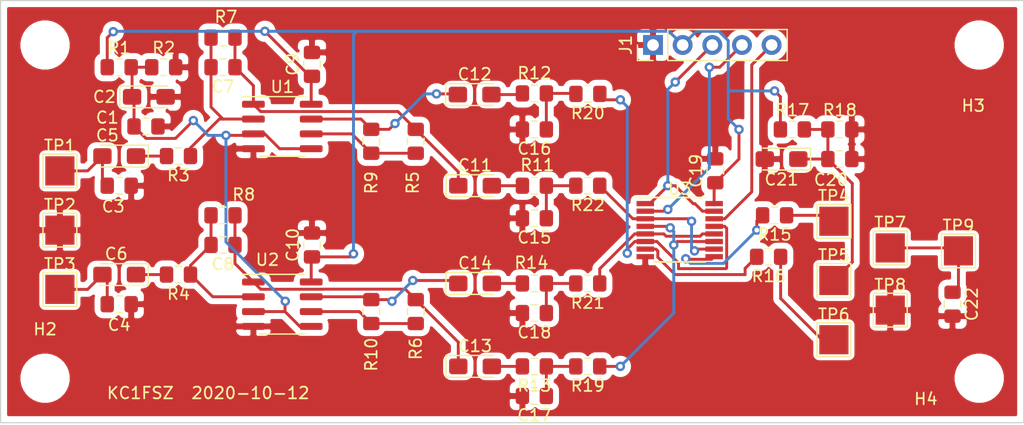
<source format=kicad_pcb>
(kicad_pcb (version 20171130) (host pcbnew "(5.1.7-0-10_14)")
  (layers (0 F.Cu signal) (31 B.Cu signal) (34 B.Paste user) (35 F.Paste user) (36 B.SilkS user) (37 F.SilkS user) (38 B.Mask user) (39 F.Mask user) (44 Edge.Cuts user))
  (net 0 "")
  (net 1 GND)
  (net 2 VMID)
  (net 3 "Net-(C3-Pad1)")
  (net 4 "Net-(C4-Pad1)")
  (net 5 "Net-(C5-Pad1)")
  (net 6 "Net-(C6-Pad1)")
  (net 7 "Net-(C11-Pad1)")
  (net 8 "Net-(C7-Pad2)")
  (net 9 "Net-(C8-Pad2)")
  (net 10 "Net-(C13-Pad1)")
  (net 11 +5V)
  (net 12 "Net-(C11-Pad2)")
  (net 13 "Net-(C12-Pad2)")
  (net 14 "Net-(C12-Pad1)")
  (net 15 "Net-(C13-Pad2)")
  (net 16 "Net-(C14-Pad1)")
  (net 17 "Net-(C14-Pad2)")
  (net 18 "Net-(C15-Pad1)")
  (net 19 "Net-(C16-Pad1)")
  (net 20 "Net-(C17-Pad1)")
  (net 21 "Net-(C18-Pad1)")
  (net 22 "Net-(C20-Pad1)")
  (net 23 "Net-(C22-Pad1)")
  (net 24 ~EN)
  (net 25 CLK0)
  (net 26 CLK1)
  (net 27 "Net-(R5-Pad1)")
  (net 28 "Net-(R10-Pad2)")
  (net 29 "Net-(R15-Pad2)")
  (net 30 "Net-(R15-Pad1)")
  (net 31 "Net-(R16-Pad1)")
  (net 32 "Net-(R16-Pad2)")
  (net 33 "Net-(R19-Pad1)")
  (net 34 "Net-(R20-Pad1)")
  (net 35 "Net-(R21-Pad1)")
  (net 36 "Net-(R22-Pad1)")
  (module Capacitor_SMD:C_0805_2012Metric_Pad1.15x1.40mm_HandSolder (layer F.Cu) (at 121.675 82.55)
    (fp_text reference C1 (at -3.311 -0.762) (layer F.SilkS))
    (fp_text value C)
    (pad 2 smd roundrect (at 1.025 0) (size 1.15 1.4) (layers F.Cu F.Paste F.Mask) (roundrect_rratio 0.217391) (net 1 GND))
    (pad 1 smd roundrect (at -1.025 0) (size 1.15 1.4) (layers F.Cu F.Paste F.Mask) (roundrect_rratio 0.217391) (net 2 VMID))
  )
  (module Capacitor_Tantalum_SMD:CP_EIA-3216-18_Kemet-A_Pad1.58x1.35mm_HandSolder (layer F.Cu) (at 121.92 80.01)
    (fp_text reference C2 (at -3.81 0) (layer F.SilkS))
    (fp_text value CP hide)
    (pad 1 smd roundrect (at -1.4375 0) (size 1.575 1.35) (layers F.Cu F.Paste F.Mask) (roundrect_rratio 0.185185) (net 2 VMID))
    (pad 2 smd roundrect (at 1.4375 0) (size 1.575 1.35) (layers F.Cu F.Paste F.Mask) (roundrect_rratio 0.185185) (net 1 GND))
  )
  (module Capacitor_SMD:C_0805_2012Metric_Pad1.15x1.40mm_HandSolder (layer F.Cu) (at 119.38 87.63)
    (fp_text reference C3 (at -0.508 1.778) (layer F.SilkS))
    (fp_text value C hide)
    (pad 2 smd roundrect (at 1.025 0) (size 1.15 1.4) (layers F.Cu F.Paste F.Mask) (roundrect_rratio 0.217391) (net 1 GND))
    (pad 1 smd roundrect (at -1.025 0) (size 1.15 1.4) (layers F.Cu F.Paste F.Mask) (roundrect_rratio 0.217391) (net 3 "Net-(C3-Pad1)"))
  )
  (module Capacitor_SMD:C_0805_2012Metric_Pad1.15x1.40mm_HandSolder (layer F.Cu) (at 119.38 97.79)
    (fp_text reference C4 (at 0 1.778) (layer F.SilkS))
    (fp_text value C)
    (pad 1 smd roundrect (at -1.025 0) (size 1.15 1.4) (layers F.Cu F.Paste F.Mask) (roundrect_rratio 0.217391) (net 4 "Net-(C4-Pad1)"))
    (pad 2 smd roundrect (at 1.025 0) (size 1.15 1.4) (layers F.Cu F.Paste F.Mask) (roundrect_rratio 0.217391) (net 1 GND))
  )
  (module Capacitor_Tantalum_SMD:CP_EIA-3216-10_Kemet-I_Pad1.58x1.35mm_HandSolder (layer F.Cu) (at 119.38 85.09 180)
    (fp_text reference C5 (at 1.016 1.778) (layer F.SilkS))
    (fp_text value CP hide)
    (pad 1 smd roundrect (at -1.4375 0 180) (size 1.575 1.35) (layers F.Cu F.Paste F.Mask) (roundrect_rratio 0.185185) (net 5 "Net-(C5-Pad1)"))
    (pad 2 smd roundrect (at 1.4375 0 180) (size 1.575 1.35) (layers F.Cu F.Paste F.Mask) (roundrect_rratio 0.185185) (net 3 "Net-(C3-Pad1)"))
  )
  (module Capacitor_Tantalum_SMD:CP_EIA-3216-10_Kemet-I_Pad1.58x1.35mm_HandSolder (layer F.Cu) (at 119.38 95.25 180)
    (fp_text reference C6 (at 0.254 1.778) (layer F.SilkS))
    (fp_text value CP hide)
    (pad 1 smd roundrect (at -1.4375 0 180) (size 1.575 1.35) (layers F.Cu F.Paste F.Mask) (roundrect_rratio 0.185185) (net 6 "Net-(C6-Pad1)"))
    (pad 2 smd roundrect (at 1.4375 0 180) (size 1.575 1.35) (layers F.Cu F.Paste F.Mask) (roundrect_rratio 0.185185) (net 4 "Net-(C4-Pad1)"))
  )
  (module Capacitor_SMD:C_0805_2012Metric_Pad1.15x1.40mm_HandSolder (layer F.Cu) (at 128.27 77.47 180)
    (fp_text reference C7 (at 0 -1.65) (layer F.SilkS))
    (fp_text value C)
    (pad 1 smd roundrect (at -1.025 0 180) (size 1.15 1.4) (layers F.Cu F.Paste F.Mask) (roundrect_rratio 0.217391) (net 7 "Net-(C11-Pad1)"))
    (pad 2 smd roundrect (at 1.025 0 180) (size 1.15 1.4) (layers F.Cu F.Paste F.Mask) (roundrect_rratio 0.217391) (net 8 "Net-(C7-Pad2)"))
  )
  (module Capacitor_SMD:C_0805_2012Metric_Pad1.15x1.40mm_HandSolder (layer F.Cu) (at 128.27 92.71 180)
    (fp_text reference C8 (at 0 -1.65) (layer F.SilkS))
    (fp_text value C)
    (pad 2 smd roundrect (at 1.025 0 180) (size 1.15 1.4) (layers F.Cu F.Paste F.Mask) (roundrect_rratio 0.217391) (net 9 "Net-(C8-Pad2)"))
    (pad 1 smd roundrect (at -1.025 0 180) (size 1.15 1.4) (layers F.Cu F.Paste F.Mask) (roundrect_rratio 0.217391) (net 10 "Net-(C13-Pad1)"))
  )
  (module Capacitor_SMD:C_0805_2012Metric_Pad1.15x1.40mm_HandSolder (layer F.Cu) (at 135.89 77.225 90)
    (fp_text reference C9 (at 0 -1.65 90) (layer F.SilkS))
    (fp_text value C)
    (pad 1 smd roundrect (at -1.025 0 90) (size 1.15 1.4) (layers F.Cu F.Paste F.Mask) (roundrect_rratio 0.217391) (net 11 +5V))
    (pad 2 smd roundrect (at 1.025 0 90) (size 1.15 1.4) (layers F.Cu F.Paste F.Mask) (roundrect_rratio 0.217391) (net 1 GND))
  )
  (module Capacitor_SMD:C_0805_2012Metric_Pad1.15x1.40mm_HandSolder (layer F.Cu) (at 135.89 92.71 90)
    (fp_text reference C10 (at 0 -1.65 90) (layer F.SilkS))
    (fp_text value C)
    (pad 2 smd roundrect (at 1.025 0 90) (size 1.15 1.4) (layers F.Cu F.Paste F.Mask) (roundrect_rratio 0.217391) (net 1 GND))
    (pad 1 smd roundrect (at -1.025 0 90) (size 1.15 1.4) (layers F.Cu F.Paste F.Mask) (roundrect_rratio 0.217391) (net 11 +5V))
  )
  (module Capacitor_Tantalum_SMD:CP_EIA-3216-10_Kemet-I_Pad1.58x1.35mm_HandSolder (layer F.Cu) (at 149.86 87.63)
    (fp_text reference C11 (at 0 -1.75) (layer F.SilkS))
    (fp_text value CP)
    (pad 2 smd roundrect (at 1.4375 0) (size 1.575 1.35) (layers F.Cu F.Paste F.Mask) (roundrect_rratio 0.185185) (net 12 "Net-(C11-Pad2)"))
    (pad 1 smd roundrect (at -1.4375 0) (size 1.575 1.35) (layers F.Cu F.Paste F.Mask) (roundrect_rratio 0.185185) (net 7 "Net-(C11-Pad1)"))
  )
  (module Capacitor_Tantalum_SMD:CP_EIA-3216-10_Kemet-I_Pad1.58x1.35mm_HandSolder (layer F.Cu) (at 149.825001 79.815001)
    (fp_text reference C12 (at 0 -1.75) (layer F.SilkS))
    (fp_text value CP)
    (pad 2 smd roundrect (at 1.4375 0) (size 1.575 1.35) (layers F.Cu F.Paste F.Mask) (roundrect_rratio 0.185185) (net 13 "Net-(C12-Pad2)"))
    (pad 1 smd roundrect (at -1.4375 0) (size 1.575 1.35) (layers F.Cu F.Paste F.Mask) (roundrect_rratio 0.185185) (net 14 "Net-(C12-Pad1)"))
  )
  (module Capacitor_Tantalum_SMD:CP_EIA-3216-10_Kemet-I_Pad1.58x1.35mm_HandSolder (layer F.Cu) (at 149.86 103.124)
    (fp_text reference C13 (at 0 -1.75) (layer F.SilkS))
    (fp_text value CP)
    (pad 1 smd roundrect (at -1.4375 0) (size 1.575 1.35) (layers F.Cu F.Paste F.Mask) (roundrect_rratio 0.185185) (net 10 "Net-(C13-Pad1)"))
    (pad 2 smd roundrect (at 1.4375 0) (size 1.575 1.35) (layers F.Cu F.Paste F.Mask) (roundrect_rratio 0.185185) (net 15 "Net-(C13-Pad2)"))
  )
  (module Capacitor_Tantalum_SMD:CP_EIA-3216-10_Kemet-I_Pad1.58x1.35mm_HandSolder (layer F.Cu) (at 149.86 96.012)
    (fp_text reference C14 (at 0 -1.75) (layer F.SilkS))
    (fp_text value CP)
    (pad 1 smd roundrect (at -1.4375 0) (size 1.575 1.35) (layers F.Cu F.Paste F.Mask) (roundrect_rratio 0.185185) (net 16 "Net-(C14-Pad1)"))
    (pad 2 smd roundrect (at 1.4375 0) (size 1.575 1.35) (layers F.Cu F.Paste F.Mask) (roundrect_rratio 0.185185) (net 17 "Net-(C14-Pad2)"))
  )
  (module Capacitor_SMD:C_0805_2012Metric_Pad1.15x1.40mm_HandSolder (layer F.Cu) (at 154.94 90.424 180)
    (fp_text reference C15 (at 0 -1.65) (layer F.SilkS))
    (fp_text value C)
    (pad 1 smd roundrect (at -1.025 0 180) (size 1.15 1.4) (layers F.Cu F.Paste F.Mask) (roundrect_rratio 0.217391) (net 18 "Net-(C15-Pad1)"))
    (pad 2 smd roundrect (at 1.025 0 180) (size 1.15 1.4) (layers F.Cu F.Paste F.Mask) (roundrect_rratio 0.217391) (net 1 GND))
  )
  (module Capacitor_SMD:C_0805_2012Metric_Pad1.15x1.40mm_HandSolder (layer F.Cu) (at 154.94 82.804 180)
    (fp_text reference C16 (at 0 -1.65) (layer F.SilkS))
    (fp_text value C)
    (pad 1 smd roundrect (at -1.025 0 180) (size 1.15 1.4) (layers F.Cu F.Paste F.Mask) (roundrect_rratio 0.217391) (net 19 "Net-(C16-Pad1)"))
    (pad 2 smd roundrect (at 1.025 0 180) (size 1.15 1.4) (layers F.Cu F.Paste F.Mask) (roundrect_rratio 0.217391) (net 1 GND))
  )
  (module Capacitor_SMD:C_0805_2012Metric_Pad1.15x1.40mm_HandSolder (layer F.Cu) (at 154.94 105.664 180)
    (fp_text reference C17 (at 0 -1.65) (layer F.SilkS))
    (fp_text value C)
    (pad 1 smd roundrect (at -1.025 0 180) (size 1.15 1.4) (layers F.Cu F.Paste F.Mask) (roundrect_rratio 0.217391) (net 20 "Net-(C17-Pad1)"))
    (pad 2 smd roundrect (at 1.025 0 180) (size 1.15 1.4) (layers F.Cu F.Paste F.Mask) (roundrect_rratio 0.217391) (net 1 GND))
  )
  (module Capacitor_SMD:C_0805_2012Metric_Pad1.15x1.40mm_HandSolder (layer F.Cu) (at 154.94 98.552 180)
    (fp_text reference C18 (at 0 -1.65) (layer F.SilkS))
    (fp_text value C)
    (pad 2 smd roundrect (at 1.025 0 180) (size 1.15 1.4) (layers F.Cu F.Paste F.Mask) (roundrect_rratio 0.217391) (net 1 GND))
    (pad 1 smd roundrect (at -1.025 0 180) (size 1.15 1.4) (layers F.Cu F.Paste F.Mask) (roundrect_rratio 0.217391) (net 21 "Net-(C18-Pad1)"))
  )
  (module Capacitor_SMD:C_0805_2012Metric_Pad1.15x1.40mm_HandSolder (layer F.Cu) (at 170.434 86.351 90)
    (fp_text reference C19 (at 0 -1.65 90) (layer F.SilkS))
    (fp_text value C)
    (pad 2 smd roundrect (at 1.025 0 90) (size 1.15 1.4) (layers F.Cu F.Paste F.Mask) (roundrect_rratio 0.217391) (net 1 GND))
    (pad 1 smd roundrect (at -1.025 0 90) (size 1.15 1.4) (layers F.Cu F.Paste F.Mask) (roundrect_rratio 0.217391) (net 11 +5V))
  )
  (module Capacitor_SMD:C_0805_2012Metric_Pad1.15x1.40mm_HandSolder (layer F.Cu) (at 181.102 85.344)
    (fp_text reference C20 (at -0.762 1.778) (layer F.SilkS))
    (fp_text value C)
    (pad 1 smd roundrect (at -1.025 0) (size 1.15 1.4) (layers F.Cu F.Paste F.Mask) (roundrect_rratio 0.217391) (net 22 "Net-(C20-Pad1)"))
    (pad 2 smd roundrect (at 1.025 0) (size 1.15 1.4) (layers F.Cu F.Paste F.Mask) (roundrect_rratio 0.217391) (net 1 GND))
  )
  (module Capacitor_Tantalum_SMD:CP_EIA-3216-10_Kemet-I_Pad1.58x1.35mm_HandSolder (layer F.Cu) (at 176.1085 85.344 180)
    (fp_text reference C21 (at 0 -1.75) (layer F.SilkS))
    (fp_text value CP)
    (pad 2 smd roundrect (at 1.4375 0 180) (size 1.575 1.35) (layers F.Cu F.Paste F.Mask) (roundrect_rratio 0.185185) (net 1 GND))
    (pad 1 smd roundrect (at -1.4375 0 180) (size 1.575 1.35) (layers F.Cu F.Paste F.Mask) (roundrect_rratio 0.185185) (net 22 "Net-(C20-Pad1)"))
  )
  (module Capacitor_SMD:C_0805_2012Metric_Pad1.15x1.40mm_HandSolder (layer F.Cu) (at 190.754 97.79 270)
    (fp_text reference C22 (at 0 -1.65 90) (layer F.SilkS))
    (fp_text value C)
    (pad 2 smd roundrect (at 1.025 0 270) (size 1.15 1.4) (layers F.Cu F.Paste F.Mask) (roundrect_rratio 0.217391) (net 1 GND))
    (pad 1 smd roundrect (at -1.025 0 270) (size 1.15 1.4) (layers F.Cu F.Paste F.Mask) (roundrect_rratio 0.217391) (net 23 "Net-(C22-Pad1)"))
  )
  (module Connector_PinHeader_2.54mm:PinHeader_1x05_P2.54mm_Vertical (layer F.Cu) (at 165.1 75.565 90)
    (fp_text reference J1 (at 0 -2.33 90) (layer F.SilkS))
    (fp_text value Conn_01x05_Male hide)
    (pad 1 thru_hole rect (at 0 0 90) (size 1.7 1.7) (drill 1) (layers *.Cu *.Mask) (net 1 GND))
    (pad 2 thru_hole oval (at 0 2.54 90) (size 1.7 1.7) (drill 1) (layers *.Cu *.Mask) (net 11 +5V))
    (pad 3 thru_hole oval (at 0 5.08 90) (size 1.7 1.7) (drill 1) (layers *.Cu *.Mask) (net 24 ~EN))
    (pad 4 thru_hole oval (at 0 7.62 90) (size 1.7 1.7) (drill 1) (layers *.Cu *.Mask) (net 25 CLK0))
    (pad 5 thru_hole oval (at 0 10.16 90) (size 1.7 1.7) (drill 1) (layers *.Cu *.Mask) (net 26 CLK1))
  )
  (module Resistor_SMD:R_0805_2012Metric_Pad1.15x1.40mm_HandSolder (layer F.Cu) (at 119.38 77.47)
    (fp_text reference R1 (at 0 -1.65) (layer F.SilkS))
    (fp_text value R)
    (pad 2 smd roundrect (at 1.025 0) (size 1.15 1.4) (layers F.Cu F.Paste F.Mask) (roundrect_rratio 0.217391) (net 2 VMID))
    (pad 1 smd roundrect (at -1.025 0) (size 1.15 1.4) (layers F.Cu F.Paste F.Mask) (roundrect_rratio 0.217391) (net 11 +5V))
  )
  (module Resistor_SMD:R_0805_2012Metric_Pad1.15x1.40mm_HandSolder (layer F.Cu) (at 123.19 77.47)
    (fp_text reference R2 (at 0 -1.65) (layer F.SilkS))
    (fp_text value R)
    (pad 1 smd roundrect (at -1.025 0) (size 1.15 1.4) (layers F.Cu F.Paste F.Mask) (roundrect_rratio 0.217391) (net 2 VMID))
    (pad 2 smd roundrect (at 1.025 0) (size 1.15 1.4) (layers F.Cu F.Paste F.Mask) (roundrect_rratio 0.217391) (net 1 GND))
  )
  (module Resistor_SMD:R_0805_2012Metric_Pad1.15x1.40mm_HandSolder (layer F.Cu) (at 124.46 85.09 180)
    (fp_text reference R3 (at 0 -1.65) (layer F.SilkS))
    (fp_text value R)
    (pad 2 smd roundrect (at 1.025 0 180) (size 1.15 1.4) (layers F.Cu F.Paste F.Mask) (roundrect_rratio 0.217391) (net 5 "Net-(C5-Pad1)"))
    (pad 1 smd roundrect (at -1.025 0 180) (size 1.15 1.4) (layers F.Cu F.Paste F.Mask) (roundrect_rratio 0.217391) (net 8 "Net-(C7-Pad2)"))
  )
  (module Resistor_SMD:R_0805_2012Metric_Pad1.15x1.40mm_HandSolder (layer F.Cu) (at 124.46 95.25 180)
    (fp_text reference R4 (at 0 -1.65) (layer F.SilkS))
    (fp_text value R)
    (pad 2 smd roundrect (at 1.025 0 180) (size 1.15 1.4) (layers F.Cu F.Paste F.Mask) (roundrect_rratio 0.217391) (net 6 "Net-(C6-Pad1)"))
    (pad 1 smd roundrect (at -1.025 0 180) (size 1.15 1.4) (layers F.Cu F.Paste F.Mask) (roundrect_rratio 0.217391) (net 9 "Net-(C8-Pad2)"))
  )
  (module Resistor_SMD:R_0805_2012Metric_Pad1.15x1.40mm_HandSolder (layer F.Cu) (at 144.78 83.82 90)
    (fp_text reference R5 (at -3.556 -0.254 90) (layer F.SilkS))
    (fp_text value R)
    (pad 1 smd roundrect (at -1.025 0 90) (size 1.15 1.4) (layers F.Cu F.Paste F.Mask) (roundrect_rratio 0.217391) (net 27 "Net-(R5-Pad1)"))
    (pad 2 smd roundrect (at 1.025 0 90) (size 1.15 1.4) (layers F.Cu F.Paste F.Mask) (roundrect_rratio 0.217391) (net 7 "Net-(C11-Pad1)"))
  )
  (module Resistor_SMD:R_0805_2012Metric_Pad1.15x1.40mm_HandSolder (layer F.Cu) (at 144.78 98.425 90)
    (fp_text reference R6 (at -3.175 0 90) (layer F.SilkS))
    (fp_text value R)
    (pad 1 smd roundrect (at -1.025 0 90) (size 1.15 1.4) (layers F.Cu F.Paste F.Mask) (roundrect_rratio 0.217391) (net 28 "Net-(R10-Pad2)"))
    (pad 2 smd roundrect (at 1.025 0 90) (size 1.15 1.4) (layers F.Cu F.Paste F.Mask) (roundrect_rratio 0.217391) (net 10 "Net-(C13-Pad1)"))
  )
  (module Resistor_SMD:R_0805_2012Metric_Pad1.15x1.40mm_HandSolder (layer F.Cu) (at 128.27 74.93 180)
    (fp_text reference R7 (at -0.254 1.778) (layer F.SilkS))
    (fp_text value R hide)
    (pad 1 smd roundrect (at -1.025 0 180) (size 1.15 1.4) (layers F.Cu F.Paste F.Mask) (roundrect_rratio 0.217391) (net 7 "Net-(C11-Pad1)"))
    (pad 2 smd roundrect (at 1.025 0 180) (size 1.15 1.4) (layers F.Cu F.Paste F.Mask) (roundrect_rratio 0.217391) (net 8 "Net-(C7-Pad2)"))
  )
  (module Resistor_SMD:R_0805_2012Metric_Pad1.15x1.40mm_HandSolder (layer F.Cu) (at 128.27 90.17 180)
    (fp_text reference R8 (at -1.778 1.778) (layer F.SilkS))
    (fp_text value R hide)
    (pad 1 smd roundrect (at -1.025 0 180) (size 1.15 1.4) (layers F.Cu F.Paste F.Mask) (roundrect_rratio 0.217391) (net 10 "Net-(C13-Pad1)"))
    (pad 2 smd roundrect (at 1.025 0 180) (size 1.15 1.4) (layers F.Cu F.Paste F.Mask) (roundrect_rratio 0.217391) (net 9 "Net-(C8-Pad2)"))
  )
  (module Resistor_SMD:R_0805_2012Metric_Pad1.15x1.40mm_HandSolder (layer F.Cu) (at 140.97 83.82 270)
    (fp_text reference R9 (at 3.556 0 90) (layer F.SilkS))
    (fp_text value R)
    (pad 1 smd roundrect (at -1.025 0 270) (size 1.15 1.4) (layers F.Cu F.Paste F.Mask) (roundrect_rratio 0.217391) (net 14 "Net-(C12-Pad1)"))
    (pad 2 smd roundrect (at 1.025 0 270) (size 1.15 1.4) (layers F.Cu F.Paste F.Mask) (roundrect_rratio 0.217391) (net 27 "Net-(R5-Pad1)"))
  )
  (module Resistor_SMD:R_0805_2012Metric_Pad1.15x1.40mm_HandSolder (layer F.Cu) (at 140.97 98.425 270)
    (fp_text reference R10 (at 3.683 0 90) (layer F.SilkS))
    (fp_text value R)
    (pad 2 smd roundrect (at 1.025 0 270) (size 1.15 1.4) (layers F.Cu F.Paste F.Mask) (roundrect_rratio 0.217391) (net 28 "Net-(R10-Pad2)"))
    (pad 1 smd roundrect (at -1.025 0 270) (size 1.15 1.4) (layers F.Cu F.Paste F.Mask) (roundrect_rratio 0.217391) (net 16 "Net-(C14-Pad1)"))
  )
  (module Resistor_SMD:R_0805_2012Metric_Pad1.15x1.40mm_HandSolder (layer F.Cu) (at 154.94 87.63 180)
    (fp_text reference R11 (at -0.254 1.778) (layer F.SilkS))
    (fp_text value R hide)
    (pad 2 smd roundrect (at 1.025 0 180) (size 1.15 1.4) (layers F.Cu F.Paste F.Mask) (roundrect_rratio 0.217391) (net 12 "Net-(C11-Pad2)"))
    (pad 1 smd roundrect (at -1.025 0 180) (size 1.15 1.4) (layers F.Cu F.Paste F.Mask) (roundrect_rratio 0.217391) (net 18 "Net-(C15-Pad1)"))
  )
  (module Resistor_SMD:R_0805_2012Metric_Pad1.15x1.40mm_HandSolder (layer F.Cu) (at 154.94 79.715001 180)
    (fp_text reference R12 (at 0 1.737001) (layer F.SilkS))
    (fp_text value R hide)
    (pad 2 smd roundrect (at 1.025 0 180) (size 1.15 1.4) (layers F.Cu F.Paste F.Mask) (roundrect_rratio 0.217391) (net 13 "Net-(C12-Pad2)"))
    (pad 1 smd roundrect (at -1.025 0 180) (size 1.15 1.4) (layers F.Cu F.Paste F.Mask) (roundrect_rratio 0.217391) (net 19 "Net-(C16-Pad1)"))
  )
  (module Resistor_SMD:R_0805_2012Metric_Pad1.15x1.40mm_HandSolder (layer F.Cu) (at 154.94 103.124 180)
    (fp_text reference R13 (at 0 -1.65) (layer F.SilkS))
    (fp_text value R)
    (pad 1 smd roundrect (at -1.025 0 180) (size 1.15 1.4) (layers F.Cu F.Paste F.Mask) (roundrect_rratio 0.217391) (net 20 "Net-(C17-Pad1)"))
    (pad 2 smd roundrect (at 1.025 0 180) (size 1.15 1.4) (layers F.Cu F.Paste F.Mask) (roundrect_rratio 0.217391) (net 15 "Net-(C13-Pad2)"))
  )
  (module Resistor_SMD:R_0805_2012Metric_Pad1.15x1.40mm_HandSolder (layer F.Cu) (at 154.94 96.012 180)
    (fp_text reference R14 (at 0.254 1.778) (layer F.SilkS))
    (fp_text value R hide)
    (pad 2 smd roundrect (at 1.025 0 180) (size 1.15 1.4) (layers F.Cu F.Paste F.Mask) (roundrect_rratio 0.217391) (net 17 "Net-(C14-Pad2)"))
    (pad 1 smd roundrect (at -1.025 0 180) (size 1.15 1.4) (layers F.Cu F.Paste F.Mask) (roundrect_rratio 0.217391) (net 21 "Net-(C18-Pad1)"))
  )
  (module Resistor_SMD:R_0805_2012Metric_Pad1.15x1.40mm_HandSolder (layer F.Cu) (at 175.514 90.17 180)
    (fp_text reference R15 (at 0 -1.65) (layer F.SilkS))
    (fp_text value 49.9)
    (pad 2 smd roundrect (at 1.025 0 180) (size 1.15 1.4) (layers F.Cu F.Paste F.Mask) (roundrect_rratio 0.217391) (net 29 "Net-(R15-Pad2)"))
    (pad 1 smd roundrect (at -1.025 0 180) (size 1.15 1.4) (layers F.Cu F.Paste F.Mask) (roundrect_rratio 0.217391) (net 30 "Net-(R15-Pad1)"))
  )
  (module Resistor_SMD:R_0805_2012Metric_Pad1.15x1.40mm_HandSolder (layer F.Cu) (at 175.006 93.726 180)
    (fp_text reference R16 (at 0 -1.65) (layer F.SilkS))
    (fp_text value 49.9)
    (pad 1 smd roundrect (at -1.025 0 180) (size 1.15 1.4) (layers F.Cu F.Paste F.Mask) (roundrect_rratio 0.217391) (net 31 "Net-(R16-Pad1)"))
    (pad 2 smd roundrect (at 1.025 0 180) (size 1.15 1.4) (layers F.Cu F.Paste F.Mask) (roundrect_rratio 0.217391) (net 32 "Net-(R16-Pad2)"))
  )
  (module Resistor_SMD:R_0805_2012Metric_Pad1.15x1.40mm_HandSolder (layer F.Cu) (at 177.038 82.804)
    (fp_text reference R17 (at 0 -1.65) (layer F.SilkS))
    (fp_text value R)
    (pad 1 smd roundrect (at -1.025 0) (size 1.15 1.4) (layers F.Cu F.Paste F.Mask) (roundrect_rratio 0.217391) (net 11 +5V))
    (pad 2 smd roundrect (at 1.025 0) (size 1.15 1.4) (layers F.Cu F.Paste F.Mask) (roundrect_rratio 0.217391) (net 22 "Net-(C20-Pad1)"))
  )
  (module Resistor_SMD:R_0805_2012Metric_Pad1.15x1.40mm_HandSolder (layer F.Cu) (at 181.102 82.804)
    (fp_text reference R18 (at 0 -1.65) (layer F.SilkS))
    (fp_text value R)
    (pad 1 smd roundrect (at -1.025 0) (size 1.15 1.4) (layers F.Cu F.Paste F.Mask) (roundrect_rratio 0.217391) (net 22 "Net-(C20-Pad1)"))
    (pad 2 smd roundrect (at 1.025 0) (size 1.15 1.4) (layers F.Cu F.Paste F.Mask) (roundrect_rratio 0.217391) (net 1 GND))
  )
  (module Resistor_SMD:R_0805_2012Metric_Pad1.15x1.40mm_HandSolder (layer F.Cu) (at 159.512 103.124 180)
    (fp_text reference R19 (at 0 -1.65) (layer F.SilkS))
    (fp_text value 0)
    (pad 2 smd roundrect (at 1.025 0 180) (size 1.15 1.4) (layers F.Cu F.Paste F.Mask) (roundrect_rratio 0.217391) (net 20 "Net-(C17-Pad1)"))
    (pad 1 smd roundrect (at -1.025 0 180) (size 1.15 1.4) (layers F.Cu F.Paste F.Mask) (roundrect_rratio 0.217391) (net 33 "Net-(R19-Pad1)"))
  )
  (module Resistor_SMD:R_0805_2012Metric_Pad1.15x1.40mm_HandSolder (layer F.Cu) (at 159.521 79.756 180)
    (fp_text reference R20 (at 0 -1.65) (layer F.SilkS))
    (fp_text value 0)
    (pad 1 smd roundrect (at -1.025 0 180) (size 1.15 1.4) (layers F.Cu F.Paste F.Mask) (roundrect_rratio 0.217391) (net 34 "Net-(R20-Pad1)"))
    (pad 2 smd roundrect (at 1.025 0 180) (size 1.15 1.4) (layers F.Cu F.Paste F.Mask) (roundrect_rratio 0.217391) (net 19 "Net-(C16-Pad1)"))
  )
  (module Resistor_SMD:R_0805_2012Metric_Pad1.15x1.40mm_HandSolder (layer F.Cu) (at 159.512 96.012 180)
    (fp_text reference R21 (at 0 -1.65) (layer F.SilkS))
    (fp_text value 0)
    (pad 2 smd roundrect (at 1.025 0 180) (size 1.15 1.4) (layers F.Cu F.Paste F.Mask) (roundrect_rratio 0.217391) (net 21 "Net-(C18-Pad1)"))
    (pad 1 smd roundrect (at -1.025 0 180) (size 1.15 1.4) (layers F.Cu F.Paste F.Mask) (roundrect_rratio 0.217391) (net 35 "Net-(R21-Pad1)"))
  )
  (module Resistor_SMD:R_0805_2012Metric_Pad1.15x1.40mm_HandSolder (layer F.Cu) (at 159.512 87.63 180)
    (fp_text reference R22 (at 0 -1.65) (layer F.SilkS))
    (fp_text value 0)
    (pad 2 smd roundrect (at 1.025 0 180) (size 1.15 1.4) (layers F.Cu F.Paste F.Mask) (roundrect_rratio 0.217391) (net 18 "Net-(C15-Pad1)"))
    (pad 1 smd roundrect (at -1.025 0 180) (size 1.15 1.4) (layers F.Cu F.Paste F.Mask) (roundrect_rratio 0.217391) (net 36 "Net-(R22-Pad1)"))
  )
  (module Package_SO:SOIC-8_3.9x4.9mm_P1.27mm (layer F.Cu) (at 133.35 82.55)
    (fp_text reference U1 (at 0 -3.4) (layer F.SilkS))
    (fp_text value TLV2462CD hide)
    (pad 8 smd roundrect (at 2.475 -1.905) (size 1.95 0.6) (layers F.Cu F.Paste F.Mask) (net 11 +5V))
    (pad 7 smd roundrect (at 2.475 -0.635) (size 1.95 0.6) (layers F.Cu F.Paste F.Mask) (net 14 "Net-(C12-Pad1)"))
    (pad 6 smd roundrect (at 2.475 0.635) (size 1.95 0.6) (layers F.Cu F.Paste F.Mask) (net 27 "Net-(R5-Pad1)"))
    (pad 5 smd roundrect (at 2.475 1.905) (size 1.95 0.6) (layers F.Cu F.Paste F.Mask) (net 2 VMID))
    (pad 4 smd roundrect (at -2.475 1.905) (size 1.95 0.6) (layers F.Cu F.Paste F.Mask) (net 1 GND))
    (pad 3 smd roundrect (at -2.475 0.635) (size 1.95 0.6) (layers F.Cu F.Paste F.Mask) (net 2 VMID))
    (pad 2 smd roundrect (at -2.475 -0.635) (size 1.95 0.6) (layers F.Cu F.Paste F.Mask) (net 8 "Net-(C7-Pad2)"))
    (pad 1 smd roundrect (at -2.475 -1.905) (size 1.95 0.6) (layers F.Cu F.Paste F.Mask) (net 7 "Net-(C11-Pad1)"))
  )
  (module Package_SO:SOIC-8_3.9x4.9mm_P1.27mm (layer F.Cu) (at 133.35 97.79)
    (fp_text reference U2 (at -1.27 -3.81) (layer F.SilkS))
    (fp_text value TLV2462CD hide)
    (pad 1 smd roundrect (at -2.475 -1.905) (size 1.95 0.6) (layers F.Cu F.Paste F.Mask) (net 10 "Net-(C13-Pad1)"))
    (pad 2 smd roundrect (at -2.475 -0.635) (size 1.95 0.6) (layers F.Cu F.Paste F.Mask) (net 9 "Net-(C8-Pad2)"))
    (pad 3 smd roundrect (at -2.475 0.635) (size 1.95 0.6) (layers F.Cu F.Paste F.Mask) (net 2 VMID))
    (pad 4 smd roundrect (at -2.475 1.905) (size 1.95 0.6) (layers F.Cu F.Paste F.Mask) (net 1 GND))
    (pad 5 smd roundrect (at 2.475 1.905) (size 1.95 0.6) (layers F.Cu F.Paste F.Mask) (net 2 VMID))
    (pad 6 smd roundrect (at 2.475 0.635) (size 1.95 0.6) (layers F.Cu F.Paste F.Mask) (net 28 "Net-(R10-Pad2)"))
    (pad 7 smd roundrect (at 2.475 -0.635) (size 1.95 0.6) (layers F.Cu F.Paste F.Mask) (net 16 "Net-(C14-Pad1)"))
    (pad 8 smd roundrect (at 2.475 -1.905) (size 1.95 0.6) (layers F.Cu F.Paste F.Mask) (net 11 +5V))
  )
  (module Package_SO:TSSOP-16_4.4x5mm_P0.65mm (layer F.Cu) (at 167.386 91.44)
    (fp_text reference U3 (at 0 -3.55) (layer F.SilkS))
    (fp_text value SN74CBT3253)
    (pad 1 smd rect (at -2.95 -2.275) (size 1.5 0.45) (layers F.Cu F.Paste F.Mask) (net 24 ~EN))
    (pad 2 smd rect (at -2.95 -1.625) (size 1.5 0.45) (layers F.Cu F.Paste F.Mask) (net 25 CLK0))
    (pad 3 smd rect (at -2.95 -0.975) (size 1.5 0.45) (layers F.Cu F.Paste F.Mask) (net 36 "Net-(R22-Pad1)"))
    (pad 4 smd rect (at -2.95 -0.325) (size 1.5 0.45) (layers F.Cu F.Paste F.Mask) (net 33 "Net-(R19-Pad1)"))
    (pad 5 smd rect (at -2.95 0.325) (size 1.5 0.45) (layers F.Cu F.Paste F.Mask) (net 35 "Net-(R21-Pad1)"))
    (pad 6 smd rect (at -2.95 0.975) (size 1.5 0.45) (layers F.Cu F.Paste F.Mask) (net 34 "Net-(R20-Pad1)"))
    (pad 7 smd rect (at -2.95 1.625) (size 1.5 0.45) (layers F.Cu F.Paste F.Mask) (net 32 "Net-(R16-Pad2)"))
    (pad 8 smd rect (at -2.95 2.275) (size 1.5 0.45) (layers F.Cu F.Paste F.Mask) (net 1 GND))
    (pad 9 smd rect (at 2.95 2.275) (size 1.5 0.45) (layers F.Cu F.Paste F.Mask) (net 29 "Net-(R15-Pad2)"))
    (pad 10 smd rect (at 2.95 1.625) (size 1.5 0.45) (layers F.Cu F.Paste F.Mask) (net 36 "Net-(R22-Pad1)"))
    (pad 11 smd rect (at 2.95 0.975) (size 1.5 0.45) (layers F.Cu F.Paste F.Mask) (net 33 "Net-(R19-Pad1)"))
    (pad 12 smd rect (at 2.95 0.325) (size 1.5 0.45) (layers F.Cu F.Paste F.Mask) (net 35 "Net-(R21-Pad1)"))
    (pad 13 smd rect (at 2.95 -0.325) (size 1.5 0.45) (layers F.Cu F.Paste F.Mask) (net 34 "Net-(R20-Pad1)"))
    (pad 14 smd rect (at 2.95 -0.975) (size 1.5 0.45) (layers F.Cu F.Paste F.Mask) (net 26 CLK1))
    (pad 15 smd rect (at 2.95 -1.625) (size 1.5 0.45) (layers F.Cu F.Paste F.Mask) (net 24 ~EN))
    (pad 16 smd rect (at 2.95 -2.275) (size 1.5 0.45) (layers F.Cu F.Paste F.Mask) (net 11 +5V))
  )
  (module TestPoint:TestPoint_Pad_2.5x2.5mm (layer F.Cu) (at 114.3 86.36)
    (fp_text reference TP1 (at 0 -2.148) (layer F.SilkS))
    (fp_text value TestPoint hide)
    (pad 1 smd rect (at 0 0) (size 2.5 2.5) (layers F.Cu F.Mask) (net 3 "Net-(C3-Pad1)"))
  )
  (module TestPoint:TestPoint_Pad_2.5x2.5mm (layer F.Cu) (at 114.3 91.44)
    (fp_text reference TP2 (at 0 -2.148) (layer F.SilkS))
    (fp_text value TestPoint hide)
    (pad 1 smd rect (at 0 0) (size 2.5 2.5) (layers F.Cu F.Mask) (net 1 GND))
  )
  (module TestPoint:TestPoint_Pad_2.5x2.5mm (layer F.Cu) (at 114.3 96.52)
    (fp_text reference TP3 (at 0 -2.148) (layer F.SilkS))
    (fp_text value TestPoint hide)
    (pad 1 smd rect (at 0 0) (size 2.5 2.5) (layers F.Cu F.Mask) (net 4 "Net-(C4-Pad1)"))
  )
  (module TestPoint:TestPoint_Pad_2.5x2.5mm (layer F.Cu) (at 180.594 90.678)
    (fp_text reference TP4 (at 0 -2.148) (layer F.SilkS))
    (fp_text value TestPoint)
    (pad 1 smd rect (at 0 0) (size 2.5 2.5) (layers F.Cu F.Mask) (net 30 "Net-(R15-Pad1)"))
  )
  (module TestPoint:TestPoint_Pad_2.5x2.5mm (layer F.Cu) (at 180.594 95.758)
    (fp_text reference TP5 (at 0 -2.148) (layer F.SilkS))
    (fp_text value TestPoint)
    (pad 1 smd rect (at 0 0) (size 2.5 2.5) (layers F.Cu F.Mask) (net 22 "Net-(C20-Pad1)"))
  )
  (module TestPoint:TestPoint_Pad_2.5x2.5mm (layer F.Cu) (at 180.594 100.838)
    (fp_text reference TP6 (at 0 -2.148) (layer F.SilkS))
    (fp_text value TestPoint)
    (pad 1 smd rect (at 0 0) (size 2.5 2.5) (layers F.Cu F.Mask) (net 31 "Net-(R16-Pad1)"))
  )
  (module TestPoint:TestPoint_Pad_2.5x2.5mm (layer F.Cu) (at 185.42 92.964)
    (fp_text reference TP7 (at 0 -2.148) (layer F.SilkS))
    (fp_text value TestPoint)
    (pad 1 smd rect (at 0 0) (size 2.5 2.5) (layers F.Cu F.Mask) (net 23 "Net-(C22-Pad1)"))
  )
  (module TestPoint:TestPoint_Pad_2.5x2.5mm (layer F.Cu) (at 185.42 98.298)
    (fp_text reference TP8 (at 0 -2.148) (layer F.SilkS))
    (fp_text value TestPoint)
    (pad 1 smd rect (at 0 0) (size 2.5 2.5) (layers F.Cu F.Mask) (net 1 GND))
  )
  (module TestPoint:TestPoint_Pad_2.5x2.5mm (layer F.Cu) (at 191.262 93.218)
    (fp_text reference TP9 (at 0 -2.148) (layer F.SilkS))
    (fp_text value TestPoint)
    (pad 1 smd rect (at 0 0) (size 2.5 2.5) (layers F.Cu F.Mask) (net 23 "Net-(C22-Pad1)"))
  )
  (module MountingHole:MountingHole_3.2mm_M3 (layer F.Cu) (at 113.03 75.565)
    (fp_text reference H1 hide)
    (fp_text value MountingHole hide)
    (pad 1 np_thru_hole circle (at 0 0) (size 3.2 3.2) (drill 3.2) (layers *.Cu *.Mask))
  )
  (module MountingHole:MountingHole_3.2mm_M3 (layer F.Cu) (at 113.03 104.14)
    (fp_text reference H2 (at 0 -4.2) (layer F.SilkS))
    (fp_text value MountingHole hide)
    (pad 1 np_thru_hole circle (at 0 0) (size 3.2 3.2) (drill 3.2) (layers *.Cu *.Mask))
  )
  (module MountingHole:MountingHole_3.2mm_M3 (layer F.Cu) (at 193.04 75.565)
    (fp_text reference H3 (at -0.508 5.207) (layer F.SilkS))
    (fp_text value MountingHole hide)
    (pad 1 np_thru_hole circle (at 0 0) (size 3.2 3.2) (drill 3.2) (layers *.Cu *.Mask))
  )
  (module MountingHole:MountingHole_3.2mm_M3 (layer F.Cu) (at 193.04 104.14)
    (fp_text reference H4 (at -4.572 1.778) (layer F.SilkS))
    (fp_text value MountingHole hide)
    (pad 1 np_thru_hole circle (at 0 0) (size 3.2 3.2) (drill 3.2) (layers *.Cu *.Mask))
  )
  (gr_text "KC1FSZ  2020-10-12" (at 127 105.41) (layer F.SilkS) (effects (font (size 1 1))))
  (gr_line (start 196.85 71.755) (end 196.85 107.95) (layer Edge.Cuts) (width 0.1))
  (gr_line (start 109.22 71.755) (end 196.85 71.755) (layer Edge.Cuts) (width 0.1))
  (gr_line (start 109.22 107.95) (end 109.22 71.755) (layer Edge.Cuts) (width 0.1))
  (gr_line (start 196.85 107.95) (end 109.22 107.95) (layer Edge.Cuts) (width 0.1))
  (segment (start 164.436 93.715) (end 164.436 95.406) (width 0.25) (layer F.Cu) (net 1))
  (segment (start 134.85 99.695) (end 133.58 98.425) (width 0.25) (layer F.Cu) (net 2))
  (segment (start 133.58 98.425) (end 130.875 98.425) (width 0.25) (layer F.Cu) (net 2))
  (segment (start 135.825 99.695) (end 134.85 99.695) (width 0.25) (layer F.Cu) (net 2))
  (segment (start 120.65 80.1775) (end 120.4825 80.01) (width 0.25) (layer F.Cu) (net 2))
  (segment (start 120.65 82.55) (end 120.65 80.1775) (width 0.25) (layer F.Cu) (net 2))
  (segment (start 120.4825 77.5475) (end 120.405 77.47) (width 0.25) (layer F.Cu) (net 2))
  (segment (start 120.4825 80.01) (end 120.4825 77.5475) (width 0.25) (layer F.Cu) (net 2))
  (segment (start 120.405 77.47) (end 122.165 77.47) (width 0.25) (layer F.Cu) (net 2))
  (segment (start 131.85 83.185) (end 133.12 84.455) (width 0.25) (layer F.Cu) (net 2))
  (segment (start 133.12 84.455) (end 135.825 84.455) (width 0.25) (layer F.Cu) (net 2))
  (segment (start 130.875 83.185) (end 131.85 83.185) (width 0.25) (layer F.Cu) (net 2))
  (via (at 125.73 82.042) (size 0.8) (drill 0.4) (layers F.Cu B.Cu) (net 2))
  (segment (start 124.19699 83.57501) (end 125.73 82.042) (width 0.25) (layer F.Cu) (net 2))
  (segment (start 121.67501 83.57501) (end 124.19699 83.57501) (width 0.25) (layer F.Cu) (net 2))
  (segment (start 120.65 82.55) (end 121.67501 83.57501) (width 0.25) (layer F.Cu) (net 2))
  (via (at 128.524 83.312) (size 0.8) (drill 0.4) (layers F.Cu B.Cu) (net 2))
  (segment (start 127 83.312) (end 128.524 83.312) (width 0.25) (layer B.Cu) (net 2))
  (segment (start 125.73 82.042) (end 127 83.312) (width 0.25) (layer B.Cu) (net 2))
  (segment (start 130.748 83.312) (end 130.875 83.185) (width 0.25) (layer F.Cu) (net 2))
  (segment (start 128.524 83.312) (end 130.748 83.312) (width 0.25) (layer F.Cu) (net 2))
  (segment (start 133.58 97.56) (end 133.604 97.536) (width 0.25) (layer F.Cu) (net 2))
  (via (at 133.604 97.536) (size 0.8) (drill 0.4) (layers F.Cu B.Cu) (net 2))
  (segment (start 133.58 98.425) (end 133.58 97.56) (width 0.25) (layer F.Cu) (net 2))
  (segment (start 128.524 92.456) (end 128.524 83.312) (width 0.25) (layer B.Cu) (net 2))
  (segment (start 133.604 97.536) (end 128.524 92.456) (width 0.25) (layer B.Cu) (net 2))
  (segment (start 116.6725 86.36) (end 117.9425 85.09) (width 0.25) (layer F.Cu) (net 3))
  (segment (start 114.3 86.36) (end 116.6725 86.36) (width 0.25) (layer F.Cu) (net 3))
  (segment (start 117.9425 87.2175) (end 118.355 87.63) (width 0.25) (layer F.Cu) (net 3))
  (segment (start 117.9425 85.09) (end 117.9425 87.2175) (width 0.25) (layer F.Cu) (net 3))
  (segment (start 116.6725 96.52) (end 117.9425 95.25) (width 0.25) (layer F.Cu) (net 4))
  (segment (start 114.3 96.52) (end 116.6725 96.52) (width 0.25) (layer F.Cu) (net 4))
  (segment (start 118.355 95.6625) (end 117.9425 95.25) (width 0.25) (layer F.Cu) (net 4))
  (segment (start 118.355 97.79) (end 118.355 95.6625) (width 0.25) (layer F.Cu) (net 4))
  (segment (start 120.8175 85.09) (end 123.435 85.09) (width 0.25) (layer F.Cu) (net 5))
  (segment (start 120.8175 95.25) (end 123.435 95.25) (width 0.25) (layer F.Cu) (net 6))
  (segment (start 129.295 74.93) (end 129.295 77.47) (width 0.25) (layer F.Cu) (net 7))
  (segment (start 130.875 79.05) (end 129.295 77.47) (width 0.25) (layer F.Cu) (net 7))
  (segment (start 130.875 80.645) (end 130.875 79.05) (width 0.25) (layer F.Cu) (net 7))
  (segment (start 143.25501 81.27001) (end 144.78 82.795) (width 0.25) (layer F.Cu) (net 7))
  (segment (start 131.50001 81.27001) (end 143.25501 81.27001) (width 0.25) (layer F.Cu) (net 7))
  (segment (start 130.875 80.645) (end 131.50001 81.27001) (width 0.25) (layer F.Cu) (net 7))
  (segment (start 148.4225 86.4375) (end 148.4225 87.63) (width 0.25) (layer F.Cu) (net 7))
  (segment (start 144.78 82.795) (end 148.4225 86.4375) (width 0.25) (layer F.Cu) (net 7))
  (segment (start 125.485 84.388232) (end 127.958232 81.915) (width 0.25) (layer F.Cu) (net 8))
  (segment (start 125.485 85.09) (end 125.485 84.388232) (width 0.25) (layer F.Cu) (net 8))
  (segment (start 127.245 74.93) (end 127.245 77.47) (width 0.25) (layer F.Cu) (net 8))
  (segment (start 127.245 80.89) (end 128.27 81.915) (width 0.25) (layer F.Cu) (net 8))
  (segment (start 127.245 77.47) (end 127.245 80.89) (width 0.25) (layer F.Cu) (net 8))
  (segment (start 128.27 81.915) (end 130.875 81.915) (width 0.25) (layer F.Cu) (net 8))
  (segment (start 127.958232 81.915) (end 128.27 81.915) (width 0.25) (layer F.Cu) (net 8))
  (segment (start 125.485 94.47) (end 127.245 92.71) (width 0.25) (layer F.Cu) (net 9))
  (segment (start 125.485 95.25) (end 125.485 94.47) (width 0.25) (layer F.Cu) (net 9))
  (segment (start 127.245 90.17) (end 127.245 92.71) (width 0.25) (layer F.Cu) (net 9))
  (segment (start 127.39 97.155) (end 130.875 97.155) (width 0.25) (layer F.Cu) (net 9))
  (segment (start 125.485 95.25) (end 127.39 97.155) (width 0.25) (layer F.Cu) (net 9))
  (segment (start 129.295 90.17) (end 129.295 92.71) (width 0.25) (layer F.Cu) (net 10))
  (segment (start 129.295 94.305) (end 130.875 95.885) (width 0.25) (layer F.Cu) (net 10))
  (segment (start 129.295 92.71) (end 129.295 94.305) (width 0.25) (layer F.Cu) (net 10))
  (segment (start 143.87999 96.49999) (end 144.78 97.4) (width 0.25) (layer F.Cu) (net 10))
  (segment (start 131.50001 96.51001) (end 136.846758 96.51001) (width 0.25) (layer F.Cu) (net 10))
  (segment (start 136.856778 96.49999) (end 143.87999 96.49999) (width 0.25) (layer F.Cu) (net 10))
  (segment (start 136.846758 96.51001) (end 136.856778 96.49999) (width 0.25) (layer F.Cu) (net 10))
  (segment (start 130.875 95.885) (end 131.50001 96.51001) (width 0.25) (layer F.Cu) (net 10))
  (segment (start 148.4225 101.0425) (end 148.4225 103.124) (width 0.25) (layer F.Cu) (net 10))
  (segment (start 144.78 97.4) (end 148.4225 101.0425) (width 0.25) (layer F.Cu) (net 10))
  (segment (start 118.745 77.08) (end 118.355 77.47) (width 0.25) (layer F.Cu) (net 11))
  (segment (start 135.89 78.25) (end 136.38 78.25) (width 0.25) (layer F.Cu) (net 11))
  (segment (start 170.336 87.474) (end 170.434 87.376) (width 0.25) (layer F.Cu) (net 11))
  (segment (start 170.336 89.165) (end 170.336 87.474) (width 0.25) (layer F.Cu) (net 11))
  (via (at 118.872 74.422) (size 0.8) (drill 0.4) (layers F.Cu B.Cu) (net 11))
  (segment (start 118.904001 74.389999) (end 118.872 74.422) (width 0.25) (layer B.Cu) (net 11))
  (segment (start 167.64 75.565) (end 166.464999 74.389999) (width 0.25) (layer B.Cu) (net 11))
  (segment (start 118.355 74.939) (end 118.355 77.47) (width 0.25) (layer F.Cu) (net 11))
  (segment (start 118.872 74.422) (end 118.355 74.939) (width 0.25) (layer F.Cu) (net 11))
  (via (at 131.858001 74.389999) (size 0.8) (drill 0.4) (layers F.Cu B.Cu) (net 11))
  (segment (start 135.718002 78.25) (end 131.858001 74.389999) (width 0.25) (layer F.Cu) (net 11))
  (segment (start 135.89 78.25) (end 135.718002 78.25) (width 0.25) (layer F.Cu) (net 11))
  (segment (start 131.858001 74.389999) (end 118.904001 74.389999) (width 0.25) (layer B.Cu) (net 11))
  (via (at 139.446 93.472) (size 0.8) (drill 0.4) (layers F.Cu B.Cu) (net 11))
  (segment (start 139.183 93.735) (end 139.446 93.472) (width 0.25) (layer F.Cu) (net 11))
  (segment (start 135.89 93.735) (end 139.183 93.735) (width 0.25) (layer F.Cu) (net 11))
  (segment (start 139.446 74.676) (end 139.732001 74.389999) (width 0.25) (layer B.Cu) (net 11))
  (segment (start 139.732001 74.389999) (end 131.858001 74.389999) (width 0.25) (layer B.Cu) (net 11))
  (segment (start 139.446 93.472) (end 139.446 74.676) (width 0.25) (layer B.Cu) (net 11))
  (segment (start 166.464999 74.389999) (end 139.732001 74.389999) (width 0.25) (layer B.Cu) (net 11))
  (segment (start 135.825 93.8) (end 135.89 93.735) (width 0.25) (layer F.Cu) (net 11))
  (segment (start 135.825 95.885) (end 135.825 93.8) (width 0.25) (layer F.Cu) (net 11))
  (via (at 172.466 82.804) (size 0.8) (drill 0.4) (layers F.Cu B.Cu) (net 11))
  (segment (start 172.466 85.344) (end 172.466 82.804) (width 0.25) (layer F.Cu) (net 11))
  (segment (start 170.434 87.376) (end 172.466 85.344) (width 0.25) (layer F.Cu) (net 11))
  (segment (start 170.744001 74.389999) (end 168.815001 74.389999) (width 0.25) (layer B.Cu) (net 11))
  (segment (start 171.544999 75.190997) (end 170.744001 74.389999) (width 0.25) (layer B.Cu) (net 11))
  (segment (start 168.815001 74.389999) (end 167.64 75.565) (width 0.25) (layer B.Cu) (net 11))
  (segment (start 172.466 82.804) (end 171.544999 81.882999) (width 0.25) (layer B.Cu) (net 11))
  (via (at 175.514 79.502) (size 0.8) (drill 0.4) (layers F.Cu B.Cu) (net 11))
  (segment (start 176.013 80.001) (end 175.514 79.502) (width 0.25) (layer F.Cu) (net 11))
  (segment (start 176.013 82.804) (end 176.013 80.001) (width 0.25) (layer F.Cu) (net 11))
  (segment (start 175.514 79.502) (end 171.704 79.502) (width 0.25) (layer B.Cu) (net 11))
  (segment (start 171.544999 79.342999) (end 171.544999 75.190997) (width 0.25) (layer B.Cu) (net 11))
  (segment (start 171.704 79.502) (end 171.544999 79.342999) (width 0.25) (layer B.Cu) (net 11))
  (segment (start 171.544999 81.882999) (end 171.544999 79.342999) (width 0.25) (layer B.Cu) (net 11))
  (segment (start 135.825 78.315) (end 135.89 78.25) (width 0.25) (layer F.Cu) (net 11))
  (segment (start 135.825 80.645) (end 135.825 78.315) (width 0.25) (layer F.Cu) (net 11))
  (segment (start 153.915 87.63) (end 151.2975 87.63) (width 0.25) (layer F.Cu) (net 12))
  (segment (start 153.815 79.815001) (end 153.915 79.715001) (width 0.25) (layer F.Cu) (net 13))
  (segment (start 151.262501 79.815001) (end 153.815 79.815001) (width 0.25) (layer F.Cu) (net 13))
  (segment (start 140.09 81.915) (end 140.97 82.795) (width 0.25) (layer F.Cu) (net 14))
  (segment (start 135.825 81.915) (end 140.09 81.915) (width 0.25) (layer F.Cu) (net 14))
  (via (at 143.002 82.296) (size 0.8) (drill 0.4) (layers F.Cu B.Cu) (net 14))
  (segment (start 142.503 82.795) (end 143.002 82.296) (width 0.25) (layer F.Cu) (net 14))
  (segment (start 140.97 82.795) (end 142.503 82.795) (width 0.25) (layer F.Cu) (net 14))
  (via (at 146.558 79.756) (size 0.8) (drill 0.4) (layers F.Cu B.Cu) (net 14))
  (segment (start 145.542 79.756) (end 146.558 79.756) (width 0.25) (layer B.Cu) (net 14))
  (segment (start 143.002 82.296) (end 145.542 79.756) (width 0.25) (layer B.Cu) (net 14))
  (segment (start 148.3285 79.756) (end 148.387501 79.815001) (width 0.25) (layer F.Cu) (net 14))
  (segment (start 146.558 79.756) (end 148.3285 79.756) (width 0.25) (layer F.Cu) (net 14))
  (segment (start 151.2975 103.124) (end 153.915 103.124) (width 0.25) (layer F.Cu) (net 15))
  (segment (start 140.725 97.155) (end 140.97 97.4) (width 0.25) (layer F.Cu) (net 16))
  (segment (start 135.825 97.155) (end 140.725 97.155) (width 0.25) (layer F.Cu) (net 16))
  (via (at 142.748 97.536) (size 0.8) (drill 0.4) (layers F.Cu B.Cu) (net 16))
  (segment (start 142.612 97.4) (end 142.748 97.536) (width 0.25) (layer F.Cu) (net 16))
  (segment (start 140.97 97.4) (end 142.612 97.4) (width 0.25) (layer F.Cu) (net 16))
  (via (at 144.526 95.758) (size 0.8) (drill 0.4) (layers F.Cu B.Cu) (net 16))
  (segment (start 142.748 97.536) (end 144.526 95.758) (width 0.25) (layer B.Cu) (net 16))
  (segment (start 148.1685 95.758) (end 148.4225 96.012) (width 0.25) (layer F.Cu) (net 16))
  (segment (start 144.526 95.758) (end 148.1685 95.758) (width 0.25) (layer F.Cu) (net 16))
  (segment (start 151.2975 96.012) (end 153.915 96.012) (width 0.25) (layer F.Cu) (net 17))
  (segment (start 155.965 87.63) (end 158.487 87.63) (width 0.25) (layer F.Cu) (net 18))
  (segment (start 155.965 90.424) (end 155.965 87.63) (width 0.25) (layer F.Cu) (net 18))
  (segment (start 158.455001 79.715001) (end 158.496 79.756) (width 0.25) (layer F.Cu) (net 19))
  (segment (start 155.965 79.715001) (end 158.455001 79.715001) (width 0.25) (layer F.Cu) (net 19))
  (segment (start 155.965 82.804) (end 155.965 79.715001) (width 0.25) (layer F.Cu) (net 19))
  (segment (start 155.965 103.124) (end 158.487 103.124) (width 0.25) (layer F.Cu) (net 20))
  (segment (start 155.965 105.664) (end 155.965 103.124) (width 0.25) (layer F.Cu) (net 20))
  (segment (start 155.965 96.012) (end 158.487 96.012) (width 0.25) (layer F.Cu) (net 21))
  (segment (start 155.965 98.552) (end 155.965 96.012) (width 0.25) (layer F.Cu) (net 21))
  (segment (start 178.063 82.804) (end 180.077 82.804) (width 0.25) (layer F.Cu) (net 22))
  (segment (start 180.077 85.344) (end 180.077 82.804) (width 0.25) (layer F.Cu) (net 22))
  (segment (start 177.546 85.344) (end 180.077 85.344) (width 0.25) (layer F.Cu) (net 22))
  (segment (start 182.169001 87.436001) (end 180.077 85.344) (width 0.25) (layer F.Cu) (net 22))
  (segment (start 182.169001 94.182999) (end 182.169001 87.436001) (width 0.25) (layer F.Cu) (net 22))
  (segment (start 180.594 95.758) (end 182.169001 94.182999) (width 0.25) (layer F.Cu) (net 22))
  (segment (start 191.008 92.964) (end 191.262 93.218) (width 0.25) (layer F.Cu) (net 23))
  (segment (start 185.42 92.964) (end 191.008 92.964) (width 0.25) (layer F.Cu) (net 23))
  (segment (start 191.262 96.257) (end 190.754 96.765) (width 0.25) (layer F.Cu) (net 23))
  (segment (start 191.262 93.218) (end 191.262 96.257) (width 0.25) (layer F.Cu) (net 23))
  (segment (start 169.336 89.815) (end 170.336 89.815) (width 0.25) (layer F.Cu) (net 24))
  (segment (start 168.686 89.165) (end 169.336 89.815) (width 0.25) (layer F.Cu) (net 24))
  (segment (start 168.54 89.165) (end 168.686 89.165) (width 0.25) (layer F.Cu) (net 24))
  (via (at 167.005 78.74) (size 0.8) (drill 0.4) (layers F.Cu B.Cu) (net 24))
  (segment (start 170.18 75.565) (end 167.005 78.74) (width 0.25) (layer F.Cu) (net 24))
  (via (at 166.37 87.63) (size 0.8) (drill 0.4) (layers F.Cu B.Cu) (net 24))
  (segment (start 166.37 79.375) (end 166.37 87.63) (width 0.25) (layer B.Cu) (net 24))
  (segment (start 167.005 78.74) (end 166.37 79.375) (width 0.25) (layer B.Cu) (net 24))
  (segment (start 164.835 89.165) (end 166.37 87.63) (width 0.25) (layer F.Cu) (net 24))
  (segment (start 164.436 89.165) (end 164.835 89.165) (width 0.25) (layer F.Cu) (net 24))
  (segment (start 167.005 87.63) (end 168.54 89.165) (width 0.25) (layer F.Cu) (net 24))
  (segment (start 166.37 87.63) (end 167.005 87.63) (width 0.25) (layer F.Cu) (net 24))
  (via (at 166.37 89.662) (size 0.8) (drill 0.4) (layers F.Cu B.Cu) (net 25))
  (segment (start 166.217 89.815) (end 166.37 89.662) (width 0.25) (layer F.Cu) (net 25))
  (segment (start 164.436 89.815) (end 166.217 89.815) (width 0.25) (layer F.Cu) (net 25))
  (via (at 169.926 77.47) (size 0.8) (drill 0.4) (layers F.Cu B.Cu) (net 25))
  (segment (start 169.926 86.106) (end 169.926 77.47) (width 0.25) (layer B.Cu) (net 25))
  (segment (start 166.37 89.662) (end 169.926 86.106) (width 0.25) (layer B.Cu) (net 25))
  (segment (start 170.815 77.47) (end 172.72 75.565) (width 0.25) (layer F.Cu) (net 25))
  (segment (start 169.926 77.47) (end 170.815 77.47) (width 0.25) (layer F.Cu) (net 25))
  (segment (start 173.55849 77.26651) (end 175.26 75.565) (width 0.25) (layer F.Cu) (net 26))
  (segment (start 173.55849 88.152512) (end 173.55849 77.26651) (width 0.25) (layer F.Cu) (net 26))
  (segment (start 171.246002 90.465) (end 173.55849 88.152512) (width 0.25) (layer F.Cu) (net 26))
  (segment (start 170.336 90.465) (end 171.246002 90.465) (width 0.25) (layer F.Cu) (net 26))
  (segment (start 139.31 83.185) (end 140.97 84.845) (width 0.25) (layer F.Cu) (net 27))
  (segment (start 135.825 83.185) (end 139.31 83.185) (width 0.25) (layer F.Cu) (net 27))
  (segment (start 140.97 84.845) (end 144.78 84.845) (width 0.25) (layer F.Cu) (net 27))
  (segment (start 139.945 98.425) (end 140.97 99.45) (width 0.25) (layer F.Cu) (net 28))
  (segment (start 135.825 98.425) (end 139.945 98.425) (width 0.25) (layer F.Cu) (net 28))
  (segment (start 140.97 99.45) (end 144.78 99.45) (width 0.25) (layer F.Cu) (net 28))
  (via (at 167.908199 93.892851) (size 0.8) (drill 0.4) (layers F.Cu B.Cu) (net 29))
  (segment (start 167.958349 93.943001) (end 167.908199 93.892851) (width 0.25) (layer F.Cu) (net 29))
  (segment (start 170.107999 93.943001) (end 167.958349 93.943001) (width 0.25) (layer F.Cu) (net 29))
  (segment (start 170.336 93.715) (end 170.107999 93.943001) (width 0.25) (layer F.Cu) (net 29))
  (via (at 173.99 91.44) (size 0.8) (drill 0.4) (layers F.Cu B.Cu) (net 29))
  (segment (start 171.13715 94.29285) (end 173.99 91.44) (width 0.25) (layer B.Cu) (net 29))
  (segment (start 168.308198 94.29285) (end 171.13715 94.29285) (width 0.25) (layer B.Cu) (net 29))
  (segment (start 167.908199 93.892851) (end 168.308198 94.29285) (width 0.25) (layer B.Cu) (net 29))
  (segment (start 173.99 90.669) (end 174.489 90.17) (width 0.25) (layer F.Cu) (net 29))
  (segment (start 173.99 91.44) (end 173.99 90.669) (width 0.25) (layer F.Cu) (net 29))
  (segment (start 180.086 90.17) (end 180.594 90.678) (width 0.25) (layer F.Cu) (net 30))
  (segment (start 176.539 90.17) (end 180.086 90.17) (width 0.25) (layer F.Cu) (net 30))
  (segment (start 176.031 93.726) (end 176.031 97.291) (width 0.25) (layer F.Cu) (net 31))
  (segment (start 179.578 100.838) (end 180.594 100.838) (width 0.25) (layer F.Cu) (net 31))
  (segment (start 176.031 97.291) (end 179.578 100.838) (width 0.25) (layer F.Cu) (net 31))
  (segment (start 172.991989 94.715011) (end 173.981 93.726) (width 0.25) (layer F.Cu) (net 32))
  (segment (start 166.996013 95.25) (end 172.991989 95.25) (width 0.25) (layer F.Cu) (net 32))
  (segment (start 164.436 93.065) (end 165.346002 93.065) (width 0.25) (layer F.Cu) (net 32))
  (segment (start 165.511001 93.764988) (end 166.996013 95.25) (width 0.25) (layer F.Cu) (net 32))
  (segment (start 165.511001 93.229999) (end 165.511001 93.764988) (width 0.25) (layer F.Cu) (net 32))
  (segment (start 165.346002 93.065) (end 165.511001 93.229999) (width 0.25) (layer F.Cu) (net 32))
  (segment (start 172.991989 94.715011) (end 172.991989 95.25) (width 0.25) (layer F.Cu) (net 32))
  (via (at 166.572846 91.237154) (size 0.8) (drill 0.4) (layers F.Cu B.Cu) (net 33))
  (segment (start 166.450692 91.115) (end 166.572846 91.237154) (width 0.25) (layer F.Cu) (net 33))
  (segment (start 164.436 91.115) (end 166.450692 91.115) (width 0.25) (layer F.Cu) (net 33))
  (segment (start 170.760993 92.315001) (end 170.960991 92.514999) (width 0.25) (layer F.Cu) (net 33))
  (segment (start 170.435999 92.315001) (end 170.760993 92.315001) (width 0.25) (layer F.Cu) (net 33))
  (segment (start 170.336 92.415) (end 170.435999 92.315001) (width 0.25) (layer F.Cu) (net 33))
  (via (at 166.878 92.71) (size 0.8) (drill 0.4) (layers F.Cu B.Cu) (net 33))
  (segment (start 167.173 92.415) (end 166.878 92.71) (width 0.25) (layer F.Cu) (net 33))
  (segment (start 170.336 92.415) (end 167.173 92.415) (width 0.25) (layer F.Cu) (net 33))
  (segment (start 166.878 91.542308) (end 166.572846 91.237154) (width 0.25) (layer B.Cu) (net 33))
  (segment (start 166.878 92.71) (end 166.878 91.542308) (width 0.25) (layer B.Cu) (net 33))
  (via (at 162.306 103.124) (size 0.8) (drill 0.4) (layers F.Cu B.Cu) (net 33))
  (segment (start 166.878 98.552) (end 162.306 103.124) (width 0.25) (layer B.Cu) (net 33))
  (segment (start 166.878 92.71) (end 166.878 98.552) (width 0.25) (layer B.Cu) (net 33))
  (segment (start 162.306 103.124) (end 160.537 103.124) (width 0.25) (layer F.Cu) (net 33))
  (segment (start 165.436 92.415) (end 164.436 92.415) (width 0.25) (layer F.Cu) (net 34))
  (segment (start 171.346001 94.742) (end 167.286001 94.742) (width 0.25) (layer F.Cu) (net 34))
  (segment (start 171.411001 94.200001) (end 171.346001 94.265001) (width 0.25) (layer F.Cu) (net 34))
  (segment (start 171.246002 91.115) (end 171.411001 91.279999) (width 0.25) (layer F.Cu) (net 34))
  (segment (start 167.286001 94.265001) (end 165.436 92.415) (width 0.25) (layer F.Cu) (net 34))
  (segment (start 171.411001 91.279999) (end 171.411001 94.200001) (width 0.25) (layer F.Cu) (net 34))
  (segment (start 170.336 91.115) (end 171.246002 91.115) (width 0.25) (layer F.Cu) (net 34))
  (via (at 162.894739 93.421564) (size 0.8) (drill 0.4) (layers F.Cu B.Cu) (net 34))
  (segment (start 162.894739 93.059849) (end 162.894739 93.421564) (width 0.25) (layer F.Cu) (net 34))
  (segment (start 163.539588 92.415) (end 162.894739 93.059849) (width 0.25) (layer F.Cu) (net 34))
  (segment (start 164.436 92.415) (end 163.539588 92.415) (width 0.25) (layer F.Cu) (net 34))
  (via (at 162.306 80.264) (size 0.8) (drill 0.4) (layers F.Cu B.Cu) (net 34))
  (segment (start 162.894739 80.852739) (end 162.306 80.264) (width 0.25) (layer B.Cu) (net 34))
  (segment (start 162.894739 93.421564) (end 162.894739 80.852739) (width 0.25) (layer B.Cu) (net 34))
  (segment (start 161.054 80.264) (end 160.546 79.756) (width 0.25) (layer F.Cu) (net 34))
  (segment (start 162.306 80.264) (end 161.054 80.264) (width 0.25) (layer F.Cu) (net 34))
  (segment (start 167.286001 94.265001) (end 167.286001 94.742) (width 0.25) (layer F.Cu) (net 34))
  (segment (start 171.411001 94.677) (end 171.346001 94.742) (width 0.25) (layer F.Cu) (net 34))
  (segment (start 171.411001 94.200001) (end 171.411001 94.677) (width 0.25) (layer F.Cu) (net 34))
  (segment (start 163.525998 91.765) (end 164.436 91.765) (width 0.25) (layer F.Cu) (net 35))
  (segment (start 160.537 94.753998) (end 163.525998 91.765) (width 0.25) (layer F.Cu) (net 35))
  (segment (start 160.537 96.012) (end 160.537 94.753998) (width 0.25) (layer F.Cu) (net 35))
  (segment (start 169.336 91.765) (end 170.336 91.765) (width 0.25) (layer F.Cu) (net 35))
  (segment (start 166.224845 91.962155) (end 169.138845 91.962155) (width 0.25) (layer F.Cu) (net 35))
  (segment (start 169.138845 91.962155) (end 169.336 91.765) (width 0.25) (layer F.Cu) (net 35))
  (segment (start 166.02769 91.765) (end 166.224845 91.962155) (width 0.25) (layer F.Cu) (net 35))
  (segment (start 164.436 91.765) (end 166.02769 91.765) (width 0.25) (layer F.Cu) (net 35))
  (segment (start 163.372 90.465) (end 164.436 90.465) (width 0.25) (layer F.Cu) (net 36))
  (segment (start 160.537 87.63) (end 163.372 90.465) (width 0.25) (layer F.Cu) (net 36))
  (via (at 168.402 90.678) (size 0.8) (drill 0.4) (layers F.Cu B.Cu) (net 36))
  (segment (start 168.189 90.465) (end 168.402 90.678) (width 0.25) (layer F.Cu) (net 36))
  (segment (start 164.436 90.465) (end 168.189 90.465) (width 0.25) (layer F.Cu) (net 36))
  (via (at 168.656 93.218) (size 0.8) (drill 0.4) (layers F.Cu B.Cu) (net 36))
  (segment (start 168.402 92.964) (end 168.656 93.218) (width 0.25) (layer B.Cu) (net 36))
  (segment (start 168.402 90.678) (end 168.402 92.964) (width 0.25) (layer B.Cu) (net 36))
  (segment (start 168.809 93.065) (end 170.336 93.065) (width 0.25) (layer F.Cu) (net 36))
  (segment (start 168.656 93.218) (end 168.809 93.065) (width 0.25) (layer F.Cu) (net 36))
  (zone (net 1) (net_name GND) (layer F.Cu) (connect_pads (clearance 0.508)) (min_thickness 0.254) (fill yes (arc_segments 32) (thermal_gap 0.508) (thermal_bridge_width 0.508))
    (polygon (pts (xy 196.85 107.95) (xy 109.22 107.95) (xy 109.22 71.755) (xy 196.85 71.755)))
  )
)
</source>
